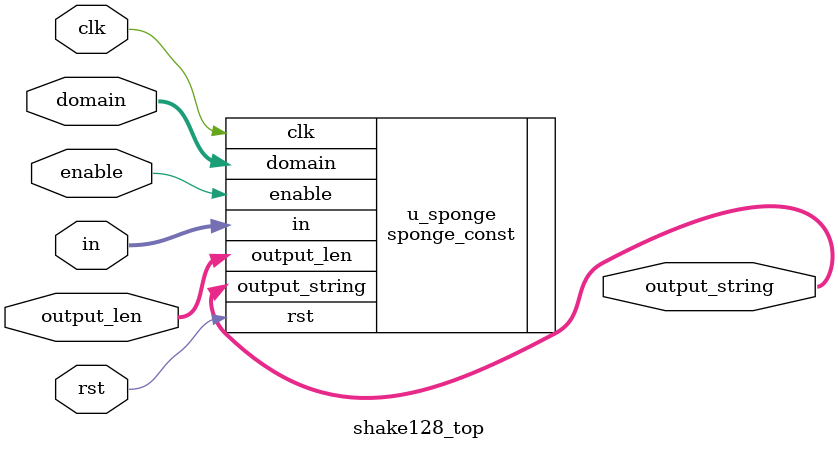
<source format=sv>
`timescale 1ns / 1ps
module shake128_top #(parameter integer R = 1344) (
    input clk,
    input enable,
    input rst,
    input [255:0] in,
    input [13:0] output_len,
    input [3:0] domain, // domain separator
    output [5375:0] output_string
);
    sponge_const #(
        .R(R)
    ) u_sponge (
        .clk(clk),
        .enable(enable),
        .rst(rst),
        .in(in),
        .domain(domain),
        .output_len(output_len),
        .output_string(output_string)
    );
    //assign state_out = output_string[R-1:0];

endmodule

</source>
